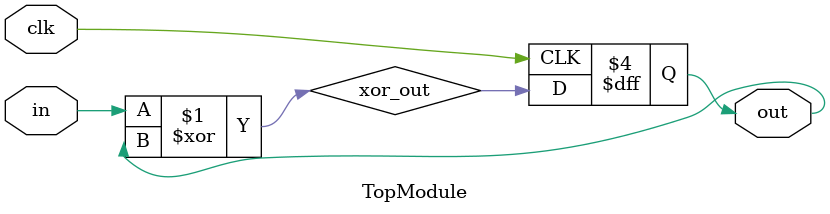
<source format=sv>
module TopModule (
    input logic clk, 
    input logic in, 
    output logic out
);

    logic xor_out;

    // XOR Gate Logic
    assign xor_out = in ^ out;

    // D Flip-Flop with Positive Edge Triggering
    always_ff @(posedge clk) begin
        out <= xor_out;
    end

    // Simulation Initial Condition (optional)
    initial begin
        out = 1'b0; // Define initial state for simulation purposes
    end

endmodule
</source>
